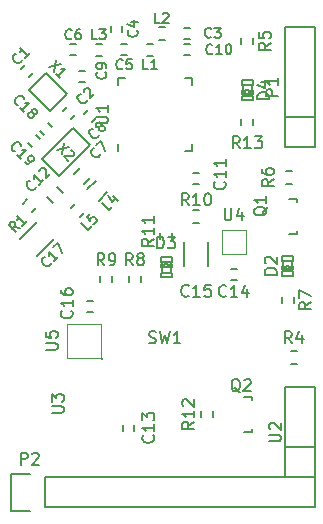
<source format=gto>
G04 #@! TF.FileFunction,Legend,Top*
%FSLAX46Y46*%
G04 Gerber Fmt 4.6, Leading zero omitted, Abs format (unit mm)*
G04 Created by KiCad (PCBNEW 0.201506192325+5795~23~ubuntu14.04.1-product) date Wed 04 Nov 2015 01:33:26 GMT*
%MOMM*%
G01*
G04 APERTURE LIST*
%ADD10C,0.100000*%
%ADD11C,0.150000*%
%ADD12C,0.050000*%
G04 APERTURE END LIST*
D10*
D11*
X134525099Y-88015652D02*
X134878652Y-87662099D01*
X134206901Y-86990348D02*
X133853348Y-87343901D01*
X137762901Y-90546348D02*
X137409348Y-90899901D01*
X138081099Y-91571652D02*
X138434652Y-91218099D01*
X148205000Y-83853000D02*
X147705000Y-83853000D01*
X147705000Y-84803000D02*
X148205000Y-84803000D01*
X141511000Y-83697000D02*
X141511000Y-84197000D01*
X142461000Y-84197000D02*
X142461000Y-83697000D01*
X142371000Y-86200000D02*
X142871000Y-86200000D01*
X142871000Y-85250000D02*
X142371000Y-85250000D01*
X138053000Y-86200000D02*
X138553000Y-86200000D01*
X138553000Y-85250000D02*
X138053000Y-85250000D01*
X139859099Y-91825652D02*
X140212652Y-91472099D01*
X139540901Y-90800348D02*
X139187348Y-91153901D01*
X138815000Y-88486000D02*
X139315000Y-88486000D01*
X139315000Y-87536000D02*
X138815000Y-87536000D01*
X147705000Y-86200000D02*
X148205000Y-86200000D01*
X148205000Y-85250000D02*
X147705000Y-85250000D01*
X148967000Y-96172000D02*
X148467000Y-96172000D01*
X148467000Y-97122000D02*
X148967000Y-97122000D01*
X143477000Y-117979000D02*
X143477000Y-117479000D01*
X142527000Y-117479000D02*
X142527000Y-117979000D01*
X152142000Y-104300000D02*
X151642000Y-104300000D01*
X151642000Y-105250000D02*
X152142000Y-105250000D01*
X147692000Y-101997000D02*
X147692000Y-103997000D01*
X149742000Y-103997000D02*
X149742000Y-101997000D01*
X139950000Y-106967000D02*
X139450000Y-106967000D01*
X139450000Y-107917000D02*
X139950000Y-107917000D01*
X136529652Y-92296901D02*
X136176099Y-91943348D01*
X135504348Y-92615099D02*
X135857901Y-92968652D01*
X135513652Y-93312901D02*
X135160099Y-92959348D01*
X134488348Y-93631099D02*
X134841901Y-93984652D01*
X156913580Y-104462580D02*
X156014420Y-104462580D01*
X156014420Y-104462580D02*
X156014420Y-104861360D01*
X156913580Y-104861360D02*
X156014420Y-104861360D01*
X156913580Y-104462580D02*
X156913580Y-104861360D01*
X156913580Y-103164640D02*
X156014420Y-103164640D01*
X156014420Y-103164640D02*
X156014420Y-103563420D01*
X156913580Y-103563420D02*
X156014420Y-103563420D01*
X156913580Y-103164640D02*
X156913580Y-103563420D01*
X156913580Y-104013000D02*
X156763720Y-104013000D01*
X156763720Y-104013000D02*
X156763720Y-104312720D01*
X156913580Y-104312720D02*
X156763720Y-104312720D01*
X156913580Y-104013000D02*
X156913580Y-104312720D01*
X156164280Y-104013000D02*
X156014420Y-104013000D01*
X156014420Y-104013000D02*
X156014420Y-104312720D01*
X156164280Y-104312720D02*
X156014420Y-104312720D01*
X156164280Y-104013000D02*
X156164280Y-104312720D01*
X156613860Y-104013000D02*
X156314140Y-104013000D01*
X156314140Y-104013000D02*
X156314140Y-104312720D01*
X156613860Y-104312720D02*
X156314140Y-104312720D01*
X156613860Y-104013000D02*
X156613860Y-104312720D01*
X156862780Y-104462580D02*
X156862780Y-103563420D01*
X156065220Y-104462580D02*
X156065220Y-103563420D01*
X145727420Y-103690420D02*
X146626580Y-103690420D01*
X146626580Y-103690420D02*
X146626580Y-103291640D01*
X145727420Y-103291640D02*
X146626580Y-103291640D01*
X145727420Y-103690420D02*
X145727420Y-103291640D01*
X145727420Y-104988360D02*
X146626580Y-104988360D01*
X146626580Y-104988360D02*
X146626580Y-104589580D01*
X145727420Y-104589580D02*
X146626580Y-104589580D01*
X145727420Y-104988360D02*
X145727420Y-104589580D01*
X145727420Y-104140000D02*
X145877280Y-104140000D01*
X145877280Y-104140000D02*
X145877280Y-103840280D01*
X145727420Y-103840280D02*
X145877280Y-103840280D01*
X145727420Y-104140000D02*
X145727420Y-103840280D01*
X146476720Y-104140000D02*
X146626580Y-104140000D01*
X146626580Y-104140000D02*
X146626580Y-103840280D01*
X146476720Y-103840280D02*
X146626580Y-103840280D01*
X146476720Y-104140000D02*
X146476720Y-103840280D01*
X146027140Y-104140000D02*
X146326860Y-104140000D01*
X146326860Y-104140000D02*
X146326860Y-103840280D01*
X146027140Y-103840280D02*
X146326860Y-103840280D01*
X146027140Y-104140000D02*
X146027140Y-103840280D01*
X145778220Y-103690420D02*
X145778220Y-104589580D01*
X146575780Y-103690420D02*
X146575780Y-104589580D01*
X153484580Y-89603580D02*
X152585420Y-89603580D01*
X152585420Y-89603580D02*
X152585420Y-90002360D01*
X153484580Y-90002360D02*
X152585420Y-90002360D01*
X153484580Y-89603580D02*
X153484580Y-90002360D01*
X153484580Y-88305640D02*
X152585420Y-88305640D01*
X152585420Y-88305640D02*
X152585420Y-88704420D01*
X153484580Y-88704420D02*
X152585420Y-88704420D01*
X153484580Y-88305640D02*
X153484580Y-88704420D01*
X153484580Y-89154000D02*
X153334720Y-89154000D01*
X153334720Y-89154000D02*
X153334720Y-89453720D01*
X153484580Y-89453720D02*
X153334720Y-89453720D01*
X153484580Y-89154000D02*
X153484580Y-89453720D01*
X152735280Y-89154000D02*
X152585420Y-89154000D01*
X152585420Y-89154000D02*
X152585420Y-89453720D01*
X152735280Y-89453720D02*
X152585420Y-89453720D01*
X152735280Y-89154000D02*
X152735280Y-89453720D01*
X153184860Y-89154000D02*
X152885140Y-89154000D01*
X152885140Y-89154000D02*
X152885140Y-89453720D01*
X153184860Y-89453720D02*
X152885140Y-89453720D01*
X153184860Y-89154000D02*
X153184860Y-89453720D01*
X153433780Y-89603580D02*
X153433780Y-88704420D01*
X152636220Y-89603580D02*
X152636220Y-88704420D01*
X158750000Y-91440000D02*
X158750000Y-83820000D01*
X156210000Y-91440000D02*
X156210000Y-83820000D01*
X156210000Y-93980000D02*
X156210000Y-91440000D01*
X158750000Y-83820000D02*
X156210000Y-83820000D01*
X156210000Y-91440000D02*
X158750000Y-91440000D01*
X156210000Y-93980000D02*
X158750000Y-93980000D01*
X158750000Y-93980000D02*
X158750000Y-91440000D01*
X134814454Y-99481008D02*
X135168008Y-99127454D01*
X134425546Y-98384992D02*
X134071992Y-98738546D01*
X156722000Y-112285000D02*
X157222000Y-112285000D01*
X157222000Y-111235000D02*
X156722000Y-111235000D01*
X153560000Y-85213000D02*
X153560000Y-84713000D01*
X152510000Y-84713000D02*
X152510000Y-85213000D01*
X156841000Y-95995000D02*
X156341000Y-95995000D01*
X156341000Y-97045000D02*
X156841000Y-97045000D01*
X155939000Y-106684000D02*
X155939000Y-107184000D01*
X156989000Y-107184000D02*
X156989000Y-106684000D01*
X142985000Y-104906000D02*
X142985000Y-105406000D01*
X144035000Y-105406000D02*
X144035000Y-104906000D01*
X140572000Y-104906000D02*
X140572000Y-105406000D01*
X141622000Y-105406000D02*
X141622000Y-104906000D01*
X148967000Y-99297000D02*
X148467000Y-99297000D01*
X148467000Y-100347000D02*
X148967000Y-100347000D01*
X146702000Y-101723000D02*
X146702000Y-101223000D01*
X145652000Y-101223000D02*
X145652000Y-101723000D01*
X150131000Y-116836000D02*
X150131000Y-116336000D01*
X149081000Y-116336000D02*
X149081000Y-116836000D01*
X152510000Y-91571000D02*
X152510000Y-92071000D01*
X153560000Y-92071000D02*
X153560000Y-91571000D01*
X158750000Y-119380000D02*
X158750000Y-114300000D01*
X158750000Y-114300000D02*
X156210000Y-114300000D01*
X156210000Y-114300000D02*
X156210000Y-119380000D01*
X156210000Y-121920000D02*
X156210000Y-119380000D01*
X156210000Y-119380000D02*
X158750000Y-119380000D01*
X156210000Y-121920000D02*
X158750000Y-121920000D01*
X158750000Y-121920000D02*
X158750000Y-119380000D01*
D12*
X153042000Y-100881000D02*
G75*
G03X153042000Y-100881000I-50000J0D01*
G01*
X152892000Y-100981000D02*
X152892000Y-102981000D01*
X152892000Y-102981000D02*
X150892000Y-102981000D01*
X150892000Y-102981000D02*
X150892000Y-100981000D01*
X150892000Y-100981000D02*
X152892000Y-100981000D01*
X140812711Y-111913000D02*
G75*
G03X140812711Y-111913000I-70711J0D01*
G01*
X137742000Y-111813000D02*
X137742000Y-108913000D01*
X137742000Y-108913000D02*
X140642000Y-108913000D01*
X140642000Y-108913000D02*
X140642000Y-111813000D01*
X140642000Y-111813000D02*
X137742000Y-111813000D01*
D11*
X134553010Y-89104223D02*
X136320777Y-90871990D01*
X136320777Y-90871990D02*
X137734990Y-89457777D01*
X137734990Y-89457777D02*
X135967223Y-87690010D01*
X135967223Y-87690010D02*
X134553010Y-89104223D01*
X139683254Y-93759959D02*
X137066959Y-96376254D01*
X137066959Y-96376254D02*
X135652746Y-94962041D01*
X135652746Y-94962041D02*
X138269041Y-92345746D01*
X138269041Y-92345746D02*
X139683254Y-93759959D01*
X135272678Y-103158891D02*
X136686891Y-101744678D01*
X135237322Y-100295109D02*
X133823109Y-101709322D01*
X157241240Y-101121160D02*
X157241240Y-101072900D01*
X156540200Y-98322180D02*
X157241240Y-98322180D01*
X157241240Y-98322180D02*
X157241240Y-98571100D01*
X157241240Y-101121160D02*
X157241240Y-101321820D01*
X157241240Y-101321820D02*
X156540200Y-101321820D01*
X153431240Y-117885160D02*
X153431240Y-117836900D01*
X152730200Y-115086180D02*
X153431240Y-115086180D01*
X153431240Y-115086180D02*
X153431240Y-115335100D01*
X153431240Y-117885160D02*
X153431240Y-118085820D01*
X153431240Y-118085820D02*
X152730200Y-118085820D01*
X139736751Y-96569777D02*
X139241777Y-97064751D01*
X138393249Y-96216223D02*
X138888223Y-95721249D01*
X136602223Y-98715751D02*
X136107249Y-98220777D01*
X136955777Y-97372249D02*
X137450751Y-97867223D01*
X145030000Y-85200000D02*
X144530000Y-85200000D01*
X144530000Y-86250000D02*
X145030000Y-86250000D01*
X146046000Y-83803000D02*
X145546000Y-83803000D01*
X145546000Y-84853000D02*
X146046000Y-84853000D01*
X140212000Y-86250000D02*
X140712000Y-86250000D01*
X140712000Y-85200000D02*
X140212000Y-85200000D01*
X139504150Y-97539256D02*
X140211256Y-96832150D01*
X141165850Y-97786744D02*
X140458744Y-98493850D01*
X138878454Y-99862008D02*
X139232008Y-99508454D01*
X138489546Y-98765992D02*
X138135992Y-99119546D01*
X135890000Y-121920000D02*
X158750000Y-121920000D01*
X158750000Y-121920000D02*
X158750000Y-124460000D01*
X158750000Y-124460000D02*
X135890000Y-124460000D01*
X133070000Y-121640000D02*
X134620000Y-121640000D01*
X135890000Y-121920000D02*
X135890000Y-124460000D01*
X134620000Y-124740000D02*
X133070000Y-124740000D01*
X133070000Y-124740000D02*
X133070000Y-121640000D01*
X142075000Y-88075000D02*
X142675000Y-88075000D01*
X148325000Y-94325000D02*
X147725000Y-94325000D01*
X148325000Y-88075000D02*
X147725000Y-88075000D01*
X142075000Y-94325000D02*
X142075000Y-93725000D01*
X148325000Y-94325000D02*
X148325000Y-93725000D01*
X148325000Y-88075000D02*
X148325000Y-88675000D01*
X142075000Y-88075000D02*
X142075000Y-88675000D01*
X133972483Y-86547831D02*
X133972484Y-86605073D01*
X133915242Y-86719557D01*
X133858000Y-86776799D01*
X133743517Y-86834041D01*
X133629032Y-86834041D01*
X133543169Y-86805420D01*
X133400064Y-86719557D01*
X133314202Y-86633694D01*
X133228338Y-86490589D01*
X133199717Y-86404726D01*
X133199718Y-86290242D01*
X133256959Y-86175758D01*
X133314201Y-86118517D01*
X133428685Y-86061274D01*
X133485927Y-86061274D01*
X134602146Y-86032653D02*
X134258694Y-86376105D01*
X134430420Y-86204379D02*
X133829379Y-85603338D01*
X133858000Y-85746443D01*
X133858000Y-85860927D01*
X133829379Y-85946790D01*
X139433483Y-89976831D02*
X139433484Y-90034073D01*
X139376242Y-90148557D01*
X139319000Y-90205799D01*
X139204517Y-90263041D01*
X139090032Y-90263041D01*
X139004169Y-90234420D01*
X138861064Y-90148557D01*
X138775202Y-90062694D01*
X138689338Y-89919589D01*
X138660717Y-89833726D01*
X138660718Y-89719242D01*
X138717959Y-89604758D01*
X138775201Y-89547517D01*
X138889685Y-89490274D01*
X138946927Y-89490274D01*
X139175895Y-89261306D02*
X139175895Y-89204064D01*
X139204516Y-89118202D01*
X139347621Y-88975097D01*
X139433484Y-88946475D01*
X139490726Y-88946475D01*
X139576589Y-88975097D01*
X139633831Y-89032338D01*
X139691073Y-89146823D01*
X139691073Y-89833726D01*
X140063146Y-89461653D01*
X149972333Y-84631571D02*
X149931857Y-84672048D01*
X149810428Y-84712524D01*
X149729476Y-84712524D01*
X149608048Y-84672048D01*
X149527095Y-84591095D01*
X149486619Y-84510143D01*
X149446143Y-84348238D01*
X149446143Y-84226810D01*
X149486619Y-84064905D01*
X149527095Y-83983952D01*
X149608048Y-83903000D01*
X149729476Y-83862524D01*
X149810428Y-83862524D01*
X149931857Y-83903000D01*
X149972333Y-83943476D01*
X150255667Y-83862524D02*
X150781857Y-83862524D01*
X150498524Y-84186333D01*
X150619952Y-84186333D01*
X150700905Y-84226810D01*
X150741381Y-84267286D01*
X150781857Y-84348238D01*
X150781857Y-84550619D01*
X150741381Y-84631571D01*
X150700905Y-84672048D01*
X150619952Y-84712524D01*
X150377095Y-84712524D01*
X150296143Y-84672048D01*
X150255667Y-84631571D01*
X143686571Y-84088667D02*
X143727048Y-84129143D01*
X143767524Y-84250572D01*
X143767524Y-84331524D01*
X143727048Y-84452952D01*
X143646095Y-84533905D01*
X143565143Y-84574381D01*
X143403238Y-84614857D01*
X143281810Y-84614857D01*
X143119905Y-84574381D01*
X143038952Y-84533905D01*
X142958000Y-84452952D01*
X142917524Y-84331524D01*
X142917524Y-84250572D01*
X142958000Y-84129143D01*
X142998476Y-84088667D01*
X143200857Y-83360095D02*
X143767524Y-83360095D01*
X142877048Y-83562476D02*
X143484190Y-83764857D01*
X143484190Y-83238667D01*
X142479333Y-87298571D02*
X142438857Y-87339048D01*
X142317428Y-87379524D01*
X142236476Y-87379524D01*
X142115048Y-87339048D01*
X142034095Y-87258095D01*
X141993619Y-87177143D01*
X141953143Y-87015238D01*
X141953143Y-86893810D01*
X141993619Y-86731905D01*
X142034095Y-86650952D01*
X142115048Y-86570000D01*
X142236476Y-86529524D01*
X142317428Y-86529524D01*
X142438857Y-86570000D01*
X142479333Y-86610476D01*
X143248381Y-86529524D02*
X142843619Y-86529524D01*
X142803143Y-86934286D01*
X142843619Y-86893810D01*
X142924571Y-86853333D01*
X143126952Y-86853333D01*
X143207905Y-86893810D01*
X143248381Y-86934286D01*
X143288857Y-87015238D01*
X143288857Y-87217619D01*
X143248381Y-87298571D01*
X143207905Y-87339048D01*
X143126952Y-87379524D01*
X142924571Y-87379524D01*
X142843619Y-87339048D01*
X142803143Y-87298571D01*
X138161333Y-84758571D02*
X138120857Y-84799048D01*
X137999428Y-84839524D01*
X137918476Y-84839524D01*
X137797048Y-84799048D01*
X137716095Y-84718095D01*
X137675619Y-84637143D01*
X137635143Y-84475238D01*
X137635143Y-84353810D01*
X137675619Y-84191905D01*
X137716095Y-84110952D01*
X137797048Y-84030000D01*
X137918476Y-83989524D01*
X137999428Y-83989524D01*
X138120857Y-84030000D01*
X138161333Y-84070476D01*
X138889905Y-83989524D02*
X138728000Y-83989524D01*
X138647048Y-84030000D01*
X138606571Y-84070476D01*
X138525619Y-84191905D01*
X138485143Y-84353810D01*
X138485143Y-84677619D01*
X138525619Y-84758571D01*
X138566095Y-84799048D01*
X138647048Y-84839524D01*
X138808952Y-84839524D01*
X138889905Y-84799048D01*
X138930381Y-84758571D01*
X138970857Y-84677619D01*
X138970857Y-84475238D01*
X138930381Y-84394286D01*
X138889905Y-84353810D01*
X138808952Y-84313333D01*
X138647048Y-84313333D01*
X138566095Y-84353810D01*
X138525619Y-84394286D01*
X138485143Y-84475238D01*
X140449483Y-92897831D02*
X140449484Y-92955073D01*
X140392242Y-93069557D01*
X140335000Y-93126799D01*
X140220517Y-93184041D01*
X140106032Y-93184041D01*
X140020169Y-93155420D01*
X139877064Y-93069557D01*
X139791202Y-92983694D01*
X139705338Y-92840589D01*
X139676717Y-92754726D01*
X139676718Y-92640242D01*
X139733959Y-92525758D01*
X139791201Y-92468517D01*
X139905685Y-92411274D01*
X139962927Y-92411274D01*
X140506727Y-92268169D02*
X140420863Y-92296790D01*
X140363621Y-92296790D01*
X140277758Y-92268169D01*
X140249137Y-92239548D01*
X140220516Y-92153685D01*
X140220516Y-92096443D01*
X140249137Y-92010580D01*
X140363621Y-91896097D01*
X140449484Y-91867475D01*
X140506726Y-91867475D01*
X140592589Y-91896097D01*
X140621210Y-91924718D01*
X140649831Y-92010580D01*
X140649831Y-92067822D01*
X140621210Y-92153686D01*
X140506727Y-92268169D01*
X140478105Y-92354032D01*
X140478105Y-92411274D01*
X140506726Y-92497137D01*
X140621210Y-92611621D01*
X140707073Y-92640242D01*
X140764315Y-92640242D01*
X140850178Y-92611621D01*
X140964662Y-92497137D01*
X140993283Y-92411274D01*
X140993282Y-92354032D01*
X140964662Y-92268169D01*
X140850177Y-92153685D01*
X140764315Y-92125064D01*
X140707073Y-92125064D01*
X140621210Y-92153686D01*
X141019571Y-87644667D02*
X141060048Y-87685143D01*
X141100524Y-87806572D01*
X141100524Y-87887524D01*
X141060048Y-88008952D01*
X140979095Y-88089905D01*
X140898143Y-88130381D01*
X140736238Y-88170857D01*
X140614810Y-88170857D01*
X140452905Y-88130381D01*
X140371952Y-88089905D01*
X140291000Y-88008952D01*
X140250524Y-87887524D01*
X140250524Y-87806572D01*
X140291000Y-87685143D01*
X140331476Y-87644667D01*
X141100524Y-87239905D02*
X141100524Y-87078000D01*
X141060048Y-86997048D01*
X141019571Y-86956572D01*
X140898143Y-86875619D01*
X140736238Y-86835143D01*
X140412429Y-86835143D01*
X140331476Y-86875619D01*
X140291000Y-86916095D01*
X140250524Y-86997048D01*
X140250524Y-87158952D01*
X140291000Y-87239905D01*
X140331476Y-87280381D01*
X140412429Y-87320857D01*
X140614810Y-87320857D01*
X140695762Y-87280381D01*
X140736238Y-87239905D01*
X140776714Y-87158952D01*
X140776714Y-86997048D01*
X140736238Y-86916095D01*
X140695762Y-86875619D01*
X140614810Y-86835143D01*
X150075571Y-86028571D02*
X150035095Y-86069048D01*
X149913666Y-86109524D01*
X149832714Y-86109524D01*
X149711286Y-86069048D01*
X149630333Y-85988095D01*
X149589857Y-85907143D01*
X149549381Y-85745238D01*
X149549381Y-85623810D01*
X149589857Y-85461905D01*
X149630333Y-85380952D01*
X149711286Y-85300000D01*
X149832714Y-85259524D01*
X149913666Y-85259524D01*
X150035095Y-85300000D01*
X150075571Y-85340476D01*
X150885095Y-86109524D02*
X150399381Y-86109524D01*
X150642238Y-86109524D02*
X150642238Y-85259524D01*
X150561286Y-85380952D01*
X150480333Y-85461905D01*
X150399381Y-85502381D01*
X151411286Y-85259524D02*
X151492238Y-85259524D01*
X151573190Y-85300000D01*
X151613667Y-85340476D01*
X151654143Y-85421429D01*
X151694619Y-85583333D01*
X151694619Y-85785714D01*
X151654143Y-85947619D01*
X151613667Y-86028571D01*
X151573190Y-86069048D01*
X151492238Y-86109524D01*
X151411286Y-86109524D01*
X151330333Y-86069048D01*
X151289857Y-86028571D01*
X151249381Y-85947619D01*
X151208905Y-85785714D01*
X151208905Y-85583333D01*
X151249381Y-85421429D01*
X151289857Y-85340476D01*
X151330333Y-85300000D01*
X151411286Y-85259524D01*
X151106143Y-96908857D02*
X151153762Y-96956476D01*
X151201381Y-97099333D01*
X151201381Y-97194571D01*
X151153762Y-97337429D01*
X151058524Y-97432667D01*
X150963286Y-97480286D01*
X150772810Y-97527905D01*
X150629952Y-97527905D01*
X150439476Y-97480286D01*
X150344238Y-97432667D01*
X150249000Y-97337429D01*
X150201381Y-97194571D01*
X150201381Y-97099333D01*
X150249000Y-96956476D01*
X150296619Y-96908857D01*
X151201381Y-95956476D02*
X151201381Y-96527905D01*
X151201381Y-96242191D02*
X150201381Y-96242191D01*
X150344238Y-96337429D01*
X150439476Y-96432667D01*
X150487095Y-96527905D01*
X151201381Y-95004095D02*
X151201381Y-95575524D01*
X151201381Y-95289810D02*
X150201381Y-95289810D01*
X150344238Y-95385048D01*
X150439476Y-95480286D01*
X150487095Y-95575524D01*
X145059143Y-118371857D02*
X145106762Y-118419476D01*
X145154381Y-118562333D01*
X145154381Y-118657571D01*
X145106762Y-118800429D01*
X145011524Y-118895667D01*
X144916286Y-118943286D01*
X144725810Y-118990905D01*
X144582952Y-118990905D01*
X144392476Y-118943286D01*
X144297238Y-118895667D01*
X144202000Y-118800429D01*
X144154381Y-118657571D01*
X144154381Y-118562333D01*
X144202000Y-118419476D01*
X144249619Y-118371857D01*
X145154381Y-117419476D02*
X145154381Y-117990905D01*
X145154381Y-117705191D02*
X144154381Y-117705191D01*
X144297238Y-117800429D01*
X144392476Y-117895667D01*
X144440095Y-117990905D01*
X144154381Y-117086143D02*
X144154381Y-116467095D01*
X144535333Y-116800429D01*
X144535333Y-116657571D01*
X144582952Y-116562333D01*
X144630571Y-116514714D01*
X144725810Y-116467095D01*
X144963905Y-116467095D01*
X145059143Y-116514714D01*
X145106762Y-116562333D01*
X145154381Y-116657571D01*
X145154381Y-116943286D01*
X145106762Y-117038524D01*
X145059143Y-117086143D01*
X151249143Y-106554543D02*
X151201524Y-106602162D01*
X151058667Y-106649781D01*
X150963429Y-106649781D01*
X150820571Y-106602162D01*
X150725333Y-106506924D01*
X150677714Y-106411686D01*
X150630095Y-106221210D01*
X150630095Y-106078352D01*
X150677714Y-105887876D01*
X150725333Y-105792638D01*
X150820571Y-105697400D01*
X150963429Y-105649781D01*
X151058667Y-105649781D01*
X151201524Y-105697400D01*
X151249143Y-105745019D01*
X152201524Y-106649781D02*
X151630095Y-106649781D01*
X151915809Y-106649781D02*
X151915809Y-105649781D01*
X151820571Y-105792638D01*
X151725333Y-105887876D01*
X151630095Y-105935495D01*
X153058667Y-105983114D02*
X153058667Y-106649781D01*
X152820571Y-105602162D02*
X152582476Y-106316448D01*
X153201524Y-106316448D01*
X148074143Y-106529143D02*
X148026524Y-106576762D01*
X147883667Y-106624381D01*
X147788429Y-106624381D01*
X147645571Y-106576762D01*
X147550333Y-106481524D01*
X147502714Y-106386286D01*
X147455095Y-106195810D01*
X147455095Y-106052952D01*
X147502714Y-105862476D01*
X147550333Y-105767238D01*
X147645571Y-105672000D01*
X147788429Y-105624381D01*
X147883667Y-105624381D01*
X148026524Y-105672000D01*
X148074143Y-105719619D01*
X149026524Y-106624381D02*
X148455095Y-106624381D01*
X148740809Y-106624381D02*
X148740809Y-105624381D01*
X148645571Y-105767238D01*
X148550333Y-105862476D01*
X148455095Y-105910095D01*
X149931286Y-105624381D02*
X149455095Y-105624381D01*
X149407476Y-106100571D01*
X149455095Y-106052952D01*
X149550333Y-106005333D01*
X149788429Y-106005333D01*
X149883667Y-106052952D01*
X149931286Y-106100571D01*
X149978905Y-106195810D01*
X149978905Y-106433905D01*
X149931286Y-106529143D01*
X149883667Y-106576762D01*
X149788429Y-106624381D01*
X149550333Y-106624381D01*
X149455095Y-106576762D01*
X149407476Y-106529143D01*
X138152143Y-107830857D02*
X138199762Y-107878476D01*
X138247381Y-108021333D01*
X138247381Y-108116571D01*
X138199762Y-108259429D01*
X138104524Y-108354667D01*
X138009286Y-108402286D01*
X137818810Y-108449905D01*
X137675952Y-108449905D01*
X137485476Y-108402286D01*
X137390238Y-108354667D01*
X137295000Y-108259429D01*
X137247381Y-108116571D01*
X137247381Y-108021333D01*
X137295000Y-107878476D01*
X137342619Y-107830857D01*
X138247381Y-106878476D02*
X138247381Y-107449905D01*
X138247381Y-107164191D02*
X137247381Y-107164191D01*
X137390238Y-107259429D01*
X137485476Y-107354667D01*
X137533095Y-107449905D01*
X137247381Y-106021333D02*
X137247381Y-106211810D01*
X137295000Y-106307048D01*
X137342619Y-106354667D01*
X137485476Y-106449905D01*
X137675952Y-106497524D01*
X138056905Y-106497524D01*
X138152143Y-106449905D01*
X138199762Y-106402286D01*
X138247381Y-106307048D01*
X138247381Y-106116571D01*
X138199762Y-106021333D01*
X138152143Y-105973714D01*
X138056905Y-105926095D01*
X137818810Y-105926095D01*
X137723571Y-105973714D01*
X137675952Y-106021333D01*
X137628333Y-106116571D01*
X137628333Y-106307048D01*
X137675952Y-106402286D01*
X137723571Y-106449905D01*
X137818810Y-106497524D01*
X133637960Y-90379273D02*
X133580718Y-90379274D01*
X133466234Y-90322032D01*
X133408992Y-90264790D01*
X133351750Y-90150307D01*
X133351750Y-90035822D01*
X133380371Y-89949959D01*
X133466234Y-89806854D01*
X133552097Y-89720992D01*
X133695202Y-89635128D01*
X133781065Y-89606507D01*
X133895549Y-89606508D01*
X134010033Y-89663749D01*
X134067274Y-89720991D01*
X134124517Y-89835475D01*
X134124517Y-89892717D01*
X134153138Y-91008936D02*
X133809686Y-90665484D01*
X133981412Y-90837210D02*
X134582453Y-90236169D01*
X134439348Y-90264790D01*
X134324864Y-90264790D01*
X134239001Y-90236169D01*
X134840042Y-91008936D02*
X134811421Y-90923073D01*
X134811421Y-90865831D01*
X134840042Y-90779968D01*
X134868663Y-90751347D01*
X134954526Y-90722726D01*
X135011768Y-90722726D01*
X135097631Y-90751347D01*
X135212114Y-90865831D01*
X135240736Y-90951694D01*
X135240736Y-91008936D01*
X135212114Y-91094799D01*
X135183493Y-91123420D01*
X135097631Y-91152041D01*
X135040389Y-91152041D01*
X134954525Y-91123420D01*
X134840042Y-91008936D01*
X134754178Y-90980315D01*
X134696937Y-90980315D01*
X134611074Y-91008936D01*
X134496590Y-91123420D01*
X134467969Y-91209282D01*
X134467969Y-91266525D01*
X134496590Y-91352388D01*
X134611074Y-91466872D01*
X134696937Y-91495493D01*
X134754179Y-91495492D01*
X134840042Y-91466872D01*
X134954526Y-91352387D01*
X134983147Y-91266525D01*
X134983147Y-91209283D01*
X134954525Y-91123420D01*
X133383959Y-94316273D02*
X133326717Y-94316274D01*
X133212233Y-94259032D01*
X133154991Y-94201790D01*
X133097749Y-94087307D01*
X133097749Y-93972822D01*
X133126370Y-93886959D01*
X133212233Y-93743854D01*
X133298096Y-93657992D01*
X133441201Y-93572128D01*
X133527064Y-93543507D01*
X133641548Y-93543508D01*
X133756032Y-93600749D01*
X133813273Y-93657991D01*
X133870516Y-93772475D01*
X133870516Y-93829717D01*
X133899137Y-94945936D02*
X133555685Y-94602484D01*
X133727411Y-94774210D02*
X134328452Y-94173169D01*
X134185347Y-94201790D01*
X134070863Y-94201790D01*
X133985000Y-94173169D01*
X134185347Y-95232146D02*
X134299831Y-95346630D01*
X134385693Y-95375251D01*
X134442936Y-95375250D01*
X134586041Y-95346630D01*
X134729146Y-95260767D01*
X134958113Y-95031799D01*
X134986735Y-94945936D01*
X134986735Y-94888694D01*
X134958113Y-94802831D01*
X134843630Y-94688347D01*
X134757767Y-94659726D01*
X134700525Y-94659726D01*
X134614662Y-94688347D01*
X134471557Y-94831452D01*
X134442936Y-94917315D01*
X134442936Y-94974557D01*
X134471557Y-95060420D01*
X134586041Y-95174903D01*
X134671904Y-95203525D01*
X134729146Y-95203525D01*
X134815008Y-95174904D01*
X155519381Y-104751095D02*
X154519381Y-104751095D01*
X154519381Y-104513000D01*
X154567000Y-104370142D01*
X154662238Y-104274904D01*
X154757476Y-104227285D01*
X154947952Y-104179666D01*
X155090810Y-104179666D01*
X155281286Y-104227285D01*
X155376524Y-104274904D01*
X155471762Y-104370142D01*
X155519381Y-104513000D01*
X155519381Y-104751095D01*
X154614619Y-103798714D02*
X154567000Y-103751095D01*
X154519381Y-103655857D01*
X154519381Y-103417761D01*
X154567000Y-103322523D01*
X154614619Y-103274904D01*
X154709857Y-103227285D01*
X154805095Y-103227285D01*
X154947952Y-103274904D01*
X155519381Y-103846333D01*
X155519381Y-103227285D01*
X145413505Y-102534981D02*
X145413505Y-101534981D01*
X145651600Y-101534981D01*
X145794458Y-101582600D01*
X145889696Y-101677838D01*
X145937315Y-101773076D01*
X145984934Y-101963552D01*
X145984934Y-102106410D01*
X145937315Y-102296886D01*
X145889696Y-102392124D01*
X145794458Y-102487362D01*
X145651600Y-102534981D01*
X145413505Y-102534981D01*
X146318267Y-101534981D02*
X146937315Y-101534981D01*
X146603981Y-101915933D01*
X146746839Y-101915933D01*
X146842077Y-101963552D01*
X146889696Y-102011171D01*
X146937315Y-102106410D01*
X146937315Y-102344505D01*
X146889696Y-102439743D01*
X146842077Y-102487362D01*
X146746839Y-102534981D01*
X146461124Y-102534981D01*
X146365886Y-102487362D01*
X146318267Y-102439743D01*
X154884381Y-89892095D02*
X153884381Y-89892095D01*
X153884381Y-89654000D01*
X153932000Y-89511142D01*
X154027238Y-89415904D01*
X154122476Y-89368285D01*
X154312952Y-89320666D01*
X154455810Y-89320666D01*
X154646286Y-89368285D01*
X154741524Y-89415904D01*
X154836762Y-89511142D01*
X154884381Y-89654000D01*
X154884381Y-89892095D01*
X154217714Y-88463523D02*
X154884381Y-88463523D01*
X153836762Y-88701619D02*
X154551048Y-88939714D01*
X154551048Y-88320666D01*
X155646381Y-89638095D02*
X154646381Y-89638095D01*
X154646381Y-89257142D01*
X154694000Y-89161904D01*
X154741619Y-89114285D01*
X154836857Y-89066666D01*
X154979714Y-89066666D01*
X155074952Y-89114285D01*
X155122571Y-89161904D01*
X155170190Y-89257142D01*
X155170190Y-89638095D01*
X155646381Y-88114285D02*
X155646381Y-88685714D01*
X155646381Y-88400000D02*
X154646381Y-88400000D01*
X154789238Y-88495238D01*
X154884476Y-88590476D01*
X154932095Y-88685714D01*
X133775726Y-100829073D02*
X133289169Y-100743210D01*
X133432274Y-101172525D02*
X132831233Y-100571484D01*
X133060201Y-100342517D01*
X133146064Y-100313895D01*
X133203306Y-100313895D01*
X133289169Y-100342517D01*
X133375032Y-100428379D01*
X133403653Y-100514242D01*
X133403653Y-100571484D01*
X133375032Y-100657347D01*
X133146064Y-100886315D01*
X134348146Y-100256653D02*
X134004694Y-100600105D01*
X134176420Y-100428379D02*
X133575379Y-99827338D01*
X133604000Y-99970443D01*
X133604000Y-100084927D01*
X133575379Y-100170790D01*
X156805334Y-110561381D02*
X156472000Y-110085190D01*
X156233905Y-110561381D02*
X156233905Y-109561381D01*
X156614858Y-109561381D01*
X156710096Y-109609000D01*
X156757715Y-109656619D01*
X156805334Y-109751857D01*
X156805334Y-109894714D01*
X156757715Y-109989952D01*
X156710096Y-110037571D01*
X156614858Y-110085190D01*
X156233905Y-110085190D01*
X157662477Y-109894714D02*
X157662477Y-110561381D01*
X157424381Y-109513762D02*
X157186286Y-110228048D01*
X157805334Y-110228048D01*
X155011381Y-85129666D02*
X154535190Y-85463000D01*
X155011381Y-85701095D02*
X154011381Y-85701095D01*
X154011381Y-85320142D01*
X154059000Y-85224904D01*
X154106619Y-85177285D01*
X154201857Y-85129666D01*
X154344714Y-85129666D01*
X154439952Y-85177285D01*
X154487571Y-85224904D01*
X154535190Y-85320142D01*
X154535190Y-85701095D01*
X154011381Y-84224904D02*
X154011381Y-84701095D01*
X154487571Y-84748714D01*
X154439952Y-84701095D01*
X154392333Y-84605857D01*
X154392333Y-84367761D01*
X154439952Y-84272523D01*
X154487571Y-84224904D01*
X154582810Y-84177285D01*
X154820905Y-84177285D01*
X154916143Y-84224904D01*
X154963762Y-84272523D01*
X155011381Y-84367761D01*
X155011381Y-84605857D01*
X154963762Y-84701095D01*
X154916143Y-84748714D01*
X155265381Y-96686666D02*
X154789190Y-97020000D01*
X155265381Y-97258095D02*
X154265381Y-97258095D01*
X154265381Y-96877142D01*
X154313000Y-96781904D01*
X154360619Y-96734285D01*
X154455857Y-96686666D01*
X154598714Y-96686666D01*
X154693952Y-96734285D01*
X154741571Y-96781904D01*
X154789190Y-96877142D01*
X154789190Y-97258095D01*
X154265381Y-95829523D02*
X154265381Y-96020000D01*
X154313000Y-96115238D01*
X154360619Y-96162857D01*
X154503476Y-96258095D01*
X154693952Y-96305714D01*
X155074905Y-96305714D01*
X155170143Y-96258095D01*
X155217762Y-96210476D01*
X155265381Y-96115238D01*
X155265381Y-95924761D01*
X155217762Y-95829523D01*
X155170143Y-95781904D01*
X155074905Y-95734285D01*
X154836810Y-95734285D01*
X154741571Y-95781904D01*
X154693952Y-95829523D01*
X154646333Y-95924761D01*
X154646333Y-96115238D01*
X154693952Y-96210476D01*
X154741571Y-96258095D01*
X154836810Y-96305714D01*
X158440381Y-107100666D02*
X157964190Y-107434000D01*
X158440381Y-107672095D02*
X157440381Y-107672095D01*
X157440381Y-107291142D01*
X157488000Y-107195904D01*
X157535619Y-107148285D01*
X157630857Y-107100666D01*
X157773714Y-107100666D01*
X157868952Y-107148285D01*
X157916571Y-107195904D01*
X157964190Y-107291142D01*
X157964190Y-107672095D01*
X157440381Y-106767333D02*
X157440381Y-106100666D01*
X158440381Y-106529238D01*
X143343334Y-103957381D02*
X143010000Y-103481190D01*
X142771905Y-103957381D02*
X142771905Y-102957381D01*
X143152858Y-102957381D01*
X143248096Y-103005000D01*
X143295715Y-103052619D01*
X143343334Y-103147857D01*
X143343334Y-103290714D01*
X143295715Y-103385952D01*
X143248096Y-103433571D01*
X143152858Y-103481190D01*
X142771905Y-103481190D01*
X143914762Y-103385952D02*
X143819524Y-103338333D01*
X143771905Y-103290714D01*
X143724286Y-103195476D01*
X143724286Y-103147857D01*
X143771905Y-103052619D01*
X143819524Y-103005000D01*
X143914762Y-102957381D01*
X144105239Y-102957381D01*
X144200477Y-103005000D01*
X144248096Y-103052619D01*
X144295715Y-103147857D01*
X144295715Y-103195476D01*
X144248096Y-103290714D01*
X144200477Y-103338333D01*
X144105239Y-103385952D01*
X143914762Y-103385952D01*
X143819524Y-103433571D01*
X143771905Y-103481190D01*
X143724286Y-103576429D01*
X143724286Y-103766905D01*
X143771905Y-103862143D01*
X143819524Y-103909762D01*
X143914762Y-103957381D01*
X144105239Y-103957381D01*
X144200477Y-103909762D01*
X144248096Y-103862143D01*
X144295715Y-103766905D01*
X144295715Y-103576429D01*
X144248096Y-103481190D01*
X144200477Y-103433571D01*
X144105239Y-103385952D01*
X140930334Y-103957381D02*
X140597000Y-103481190D01*
X140358905Y-103957381D02*
X140358905Y-102957381D01*
X140739858Y-102957381D01*
X140835096Y-103005000D01*
X140882715Y-103052619D01*
X140930334Y-103147857D01*
X140930334Y-103290714D01*
X140882715Y-103385952D01*
X140835096Y-103433571D01*
X140739858Y-103481190D01*
X140358905Y-103481190D01*
X141406524Y-103957381D02*
X141597000Y-103957381D01*
X141692239Y-103909762D01*
X141739858Y-103862143D01*
X141835096Y-103719286D01*
X141882715Y-103528810D01*
X141882715Y-103147857D01*
X141835096Y-103052619D01*
X141787477Y-103005000D01*
X141692239Y-102957381D01*
X141501762Y-102957381D01*
X141406524Y-103005000D01*
X141358905Y-103052619D01*
X141311286Y-103147857D01*
X141311286Y-103385952D01*
X141358905Y-103481190D01*
X141406524Y-103528810D01*
X141501762Y-103576429D01*
X141692239Y-103576429D01*
X141787477Y-103528810D01*
X141835096Y-103481190D01*
X141882715Y-103385952D01*
X148074143Y-98877381D02*
X147740809Y-98401190D01*
X147502714Y-98877381D02*
X147502714Y-97877381D01*
X147883667Y-97877381D01*
X147978905Y-97925000D01*
X148026524Y-97972619D01*
X148074143Y-98067857D01*
X148074143Y-98210714D01*
X148026524Y-98305952D01*
X147978905Y-98353571D01*
X147883667Y-98401190D01*
X147502714Y-98401190D01*
X149026524Y-98877381D02*
X148455095Y-98877381D01*
X148740809Y-98877381D02*
X148740809Y-97877381D01*
X148645571Y-98020238D01*
X148550333Y-98115476D01*
X148455095Y-98163095D01*
X149645571Y-97877381D02*
X149740810Y-97877381D01*
X149836048Y-97925000D01*
X149883667Y-97972619D01*
X149931286Y-98067857D01*
X149978905Y-98258333D01*
X149978905Y-98496429D01*
X149931286Y-98686905D01*
X149883667Y-98782143D01*
X149836048Y-98829762D01*
X149740810Y-98877381D01*
X149645571Y-98877381D01*
X149550333Y-98829762D01*
X149502714Y-98782143D01*
X149455095Y-98686905D01*
X149407476Y-98496429D01*
X149407476Y-98258333D01*
X149455095Y-98067857D01*
X149502714Y-97972619D01*
X149550333Y-97925000D01*
X149645571Y-97877381D01*
X145105381Y-101734857D02*
X144629190Y-102068191D01*
X145105381Y-102306286D02*
X144105381Y-102306286D01*
X144105381Y-101925333D01*
X144153000Y-101830095D01*
X144200619Y-101782476D01*
X144295857Y-101734857D01*
X144438714Y-101734857D01*
X144533952Y-101782476D01*
X144581571Y-101830095D01*
X144629190Y-101925333D01*
X144629190Y-102306286D01*
X145105381Y-100782476D02*
X145105381Y-101353905D01*
X145105381Y-101068191D02*
X144105381Y-101068191D01*
X144248238Y-101163429D01*
X144343476Y-101258667D01*
X144391095Y-101353905D01*
X145105381Y-99830095D02*
X145105381Y-100401524D01*
X145105381Y-100115810D02*
X144105381Y-100115810D01*
X144248238Y-100211048D01*
X144343476Y-100306286D01*
X144391095Y-100401524D01*
X148534381Y-117228857D02*
X148058190Y-117562191D01*
X148534381Y-117800286D02*
X147534381Y-117800286D01*
X147534381Y-117419333D01*
X147582000Y-117324095D01*
X147629619Y-117276476D01*
X147724857Y-117228857D01*
X147867714Y-117228857D01*
X147962952Y-117276476D01*
X148010571Y-117324095D01*
X148058190Y-117419333D01*
X148058190Y-117800286D01*
X148534381Y-116276476D02*
X148534381Y-116847905D01*
X148534381Y-116562191D02*
X147534381Y-116562191D01*
X147677238Y-116657429D01*
X147772476Y-116752667D01*
X147820095Y-116847905D01*
X147629619Y-115895524D02*
X147582000Y-115847905D01*
X147534381Y-115752667D01*
X147534381Y-115514571D01*
X147582000Y-115419333D01*
X147629619Y-115371714D01*
X147724857Y-115324095D01*
X147820095Y-115324095D01*
X147962952Y-115371714D01*
X148534381Y-115943143D01*
X148534381Y-115324095D01*
X152392143Y-94051381D02*
X152058809Y-93575190D01*
X151820714Y-94051381D02*
X151820714Y-93051381D01*
X152201667Y-93051381D01*
X152296905Y-93099000D01*
X152344524Y-93146619D01*
X152392143Y-93241857D01*
X152392143Y-93384714D01*
X152344524Y-93479952D01*
X152296905Y-93527571D01*
X152201667Y-93575190D01*
X151820714Y-93575190D01*
X153344524Y-94051381D02*
X152773095Y-94051381D01*
X153058809Y-94051381D02*
X153058809Y-93051381D01*
X152963571Y-93194238D01*
X152868333Y-93289476D01*
X152773095Y-93337095D01*
X153677857Y-93051381D02*
X154296905Y-93051381D01*
X153963571Y-93432333D01*
X154106429Y-93432333D01*
X154201667Y-93479952D01*
X154249286Y-93527571D01*
X154296905Y-93622810D01*
X154296905Y-93860905D01*
X154249286Y-93956143D01*
X154201667Y-94003762D01*
X154106429Y-94051381D01*
X153820714Y-94051381D01*
X153725476Y-94003762D01*
X153677857Y-93956143D01*
X144716667Y-110513762D02*
X144859524Y-110561381D01*
X145097620Y-110561381D01*
X145192858Y-110513762D01*
X145240477Y-110466143D01*
X145288096Y-110370905D01*
X145288096Y-110275667D01*
X145240477Y-110180429D01*
X145192858Y-110132810D01*
X145097620Y-110085190D01*
X144907143Y-110037571D01*
X144811905Y-109989952D01*
X144764286Y-109942333D01*
X144716667Y-109847095D01*
X144716667Y-109751857D01*
X144764286Y-109656619D01*
X144811905Y-109609000D01*
X144907143Y-109561381D01*
X145145239Y-109561381D01*
X145288096Y-109609000D01*
X145621429Y-109561381D02*
X145859524Y-110561381D01*
X146050001Y-109847095D01*
X146240477Y-110561381D01*
X146478572Y-109561381D01*
X147383334Y-110561381D02*
X146811905Y-110561381D01*
X147097619Y-110561381D02*
X147097619Y-109561381D01*
X147002381Y-109704238D01*
X146907143Y-109799476D01*
X146811905Y-109847095D01*
X154900381Y-118871905D02*
X155709905Y-118871905D01*
X155805143Y-118824286D01*
X155852762Y-118776667D01*
X155900381Y-118681429D01*
X155900381Y-118490952D01*
X155852762Y-118395714D01*
X155805143Y-118348095D01*
X155709905Y-118300476D01*
X154900381Y-118300476D01*
X154995619Y-117871905D02*
X154948000Y-117824286D01*
X154900381Y-117729048D01*
X154900381Y-117490952D01*
X154948000Y-117395714D01*
X154995619Y-117348095D01*
X155090857Y-117300476D01*
X155186095Y-117300476D01*
X155328952Y-117348095D01*
X155900381Y-117919524D01*
X155900381Y-117300476D01*
X136485381Y-116458905D02*
X137294905Y-116458905D01*
X137390143Y-116411286D01*
X137437762Y-116363667D01*
X137485381Y-116268429D01*
X137485381Y-116077952D01*
X137437762Y-115982714D01*
X137390143Y-115935095D01*
X137294905Y-115887476D01*
X136485381Y-115887476D01*
X136485381Y-115506524D02*
X136485381Y-114887476D01*
X136866333Y-115220810D01*
X136866333Y-115077952D01*
X136913952Y-114982714D01*
X136961571Y-114935095D01*
X137056810Y-114887476D01*
X137294905Y-114887476D01*
X137390143Y-114935095D01*
X137437762Y-114982714D01*
X137485381Y-115077952D01*
X137485381Y-115363667D01*
X137437762Y-115458905D01*
X137390143Y-115506524D01*
X151130095Y-99147381D02*
X151130095Y-99956905D01*
X151177714Y-100052143D01*
X151225333Y-100099762D01*
X151320571Y-100147381D01*
X151511048Y-100147381D01*
X151606286Y-100099762D01*
X151653905Y-100052143D01*
X151701524Y-99956905D01*
X151701524Y-99147381D01*
X152606286Y-99480714D02*
X152606286Y-100147381D01*
X152368190Y-99099762D02*
X152130095Y-99814048D01*
X152749143Y-99814048D01*
X135977381Y-111124905D02*
X136786905Y-111124905D01*
X136882143Y-111077286D01*
X136929762Y-111029667D01*
X136977381Y-110934429D01*
X136977381Y-110743952D01*
X136929762Y-110648714D01*
X136882143Y-110601095D01*
X136786905Y-110553476D01*
X135977381Y-110553476D01*
X135977381Y-109601095D02*
X135977381Y-110077286D01*
X136453571Y-110124905D01*
X136405952Y-110077286D01*
X136358333Y-109982048D01*
X136358333Y-109743952D01*
X136405952Y-109648714D01*
X136453571Y-109601095D01*
X136548810Y-109553476D01*
X136786905Y-109553476D01*
X136882143Y-109601095D01*
X136929762Y-109648714D01*
X136977381Y-109743952D01*
X136977381Y-109982048D01*
X136929762Y-110077286D01*
X136882143Y-110124905D01*
X136875585Y-86560303D02*
X136675237Y-87562037D01*
X137276278Y-86960996D02*
X136274544Y-87161344D01*
X137219036Y-88105836D02*
X136875585Y-87762385D01*
X137047310Y-87934110D02*
X137648351Y-87333070D01*
X137505247Y-87361691D01*
X137390762Y-87361691D01*
X137304900Y-87333070D01*
X137542585Y-93584302D02*
X137342237Y-94586036D01*
X137943278Y-93984995D02*
X136941544Y-94185343D01*
X138086384Y-94242585D02*
X138143625Y-94242585D01*
X138229488Y-94271205D01*
X138372593Y-94414310D01*
X138401214Y-94500174D01*
X138401214Y-94557415D01*
X138372593Y-94643279D01*
X138315351Y-94700520D01*
X138200867Y-94757763D01*
X137513964Y-94757763D01*
X137886036Y-95129835D01*
X136404073Y-103775841D02*
X136404074Y-103833083D01*
X136346832Y-103947567D01*
X136289590Y-104004809D01*
X136175107Y-104062051D01*
X136060622Y-104062051D01*
X135974759Y-104033430D01*
X135831654Y-103947567D01*
X135745792Y-103861704D01*
X135659928Y-103718599D01*
X135631307Y-103632736D01*
X135631308Y-103518252D01*
X135688549Y-103403768D01*
X135745791Y-103346527D01*
X135860275Y-103289284D01*
X135917517Y-103289284D01*
X137033736Y-103260663D02*
X136690284Y-103604115D01*
X136862010Y-103432389D02*
X136260969Y-102831348D01*
X136289590Y-102974453D01*
X136289590Y-103088937D01*
X136260969Y-103174800D01*
X136633042Y-102459275D02*
X137033736Y-102058582D01*
X137377188Y-102917211D01*
X154725619Y-99028238D02*
X154678000Y-99123476D01*
X154582762Y-99218714D01*
X154439905Y-99361571D01*
X154392286Y-99456810D01*
X154392286Y-99552048D01*
X154630381Y-99504429D02*
X154582762Y-99599667D01*
X154487524Y-99694905D01*
X154297048Y-99742524D01*
X153963714Y-99742524D01*
X153773238Y-99694905D01*
X153678000Y-99599667D01*
X153630381Y-99504429D01*
X153630381Y-99313952D01*
X153678000Y-99218714D01*
X153773238Y-99123476D01*
X153963714Y-99075857D01*
X154297048Y-99075857D01*
X154487524Y-99123476D01*
X154582762Y-99218714D01*
X154630381Y-99313952D01*
X154630381Y-99504429D01*
X154630381Y-98123476D02*
X154630381Y-98694905D01*
X154630381Y-98409191D02*
X153630381Y-98409191D01*
X153773238Y-98504429D01*
X153868476Y-98599667D01*
X153916095Y-98694905D01*
X152431762Y-114720619D02*
X152336524Y-114673000D01*
X152241286Y-114577762D01*
X152098429Y-114434905D01*
X152003190Y-114387286D01*
X151907952Y-114387286D01*
X151955571Y-114625381D02*
X151860333Y-114577762D01*
X151765095Y-114482524D01*
X151717476Y-114292048D01*
X151717476Y-113958714D01*
X151765095Y-113768238D01*
X151860333Y-113673000D01*
X151955571Y-113625381D01*
X152146048Y-113625381D01*
X152241286Y-113673000D01*
X152336524Y-113768238D01*
X152384143Y-113958714D01*
X152384143Y-114292048D01*
X152336524Y-114482524D01*
X152241286Y-114577762D01*
X152146048Y-114625381D01*
X151955571Y-114625381D01*
X152765095Y-113720619D02*
X152812714Y-113673000D01*
X152907952Y-113625381D01*
X153146048Y-113625381D01*
X153241286Y-113673000D01*
X153288905Y-113720619D01*
X153336524Y-113815857D01*
X153336524Y-113911095D01*
X153288905Y-114053952D01*
X152717476Y-114625381D01*
X153336524Y-114625381D01*
X140576483Y-94548831D02*
X140576484Y-94606073D01*
X140519242Y-94720557D01*
X140462000Y-94777799D01*
X140347517Y-94835041D01*
X140233032Y-94835041D01*
X140147169Y-94806420D01*
X140004064Y-94720557D01*
X139918202Y-94634694D01*
X139832338Y-94491589D01*
X139803717Y-94405726D01*
X139803718Y-94291242D01*
X139860959Y-94176758D01*
X139918201Y-94119517D01*
X140032685Y-94062274D01*
X140089927Y-94062274D01*
X140233032Y-93804685D02*
X140633726Y-93403992D01*
X140977178Y-94262621D01*
X135128274Y-97301041D02*
X135128275Y-97358283D01*
X135071033Y-97472767D01*
X135013791Y-97530009D01*
X134899308Y-97587251D01*
X134784823Y-97587251D01*
X134698960Y-97558630D01*
X134555855Y-97472767D01*
X134469993Y-97386904D01*
X134384129Y-97243799D01*
X134355508Y-97157936D01*
X134355509Y-97043452D01*
X134412750Y-96928968D01*
X134469992Y-96871727D01*
X134584476Y-96814484D01*
X134641718Y-96814484D01*
X135757937Y-96785863D02*
X135414485Y-97129315D01*
X135586211Y-96957589D02*
X134985170Y-96356548D01*
X135013791Y-96499653D01*
X135013791Y-96614137D01*
X134985170Y-96700000D01*
X135443106Y-96013096D02*
X135443106Y-95955854D01*
X135471727Y-95869992D01*
X135614832Y-95726887D01*
X135700695Y-95698265D01*
X135757937Y-95698265D01*
X135843800Y-95726887D01*
X135901042Y-95784128D01*
X135958284Y-95898613D01*
X135958284Y-96585516D01*
X136330357Y-96213443D01*
X144638334Y-87379524D02*
X144233572Y-87379524D01*
X144233572Y-86529524D01*
X145366905Y-87379524D02*
X144881191Y-87379524D01*
X145124048Y-87379524D02*
X145124048Y-86529524D01*
X145043096Y-86650952D01*
X144962143Y-86731905D01*
X144881191Y-86772381D01*
X145654334Y-83442524D02*
X145249572Y-83442524D01*
X145249572Y-82592524D01*
X145897191Y-82673476D02*
X145937667Y-82633000D01*
X146018619Y-82592524D01*
X146221000Y-82592524D01*
X146301953Y-82633000D01*
X146342429Y-82673476D01*
X146382905Y-82754429D01*
X146382905Y-82835381D01*
X146342429Y-82956810D01*
X145856715Y-83442524D01*
X146382905Y-83442524D01*
X140320334Y-84839524D02*
X139915572Y-84839524D01*
X139915572Y-83989524D01*
X140522715Y-83989524D02*
X141048905Y-83989524D01*
X140765572Y-84313333D01*
X140887000Y-84313333D01*
X140967953Y-84353810D01*
X141008429Y-84394286D01*
X141048905Y-84475238D01*
X141048905Y-84677619D01*
X141008429Y-84758571D01*
X140967953Y-84799048D01*
X140887000Y-84839524D01*
X140644143Y-84839524D01*
X140563191Y-84799048D01*
X140522715Y-84758571D01*
X141598927Y-99000272D02*
X141312717Y-99286481D01*
X140711676Y-98685441D01*
X141656168Y-98141642D02*
X142056862Y-98542336D01*
X141284096Y-98055779D02*
X141570305Y-98628198D01*
X141942377Y-98256126D01*
X139871727Y-100676672D02*
X139585517Y-100962881D01*
X138984476Y-100361841D01*
X139757242Y-99589074D02*
X139471032Y-99875284D01*
X139728622Y-100190115D01*
X139728622Y-100132873D01*
X139757242Y-100047010D01*
X139900347Y-99903905D01*
X139986211Y-99875284D01*
X140043452Y-99875284D01*
X140129315Y-99903905D01*
X140272420Y-100047010D01*
X140301041Y-100132872D01*
X140301041Y-100190115D01*
X140272420Y-100275978D01*
X140129315Y-100419083D01*
X140043452Y-100447704D01*
X139986210Y-100447703D01*
X133881905Y-120848381D02*
X133881905Y-119848381D01*
X134262858Y-119848381D01*
X134358096Y-119896000D01*
X134405715Y-119943619D01*
X134453334Y-120038857D01*
X134453334Y-120181714D01*
X134405715Y-120276952D01*
X134358096Y-120324571D01*
X134262858Y-120372190D01*
X133881905Y-120372190D01*
X134834286Y-119943619D02*
X134881905Y-119896000D01*
X134977143Y-119848381D01*
X135215239Y-119848381D01*
X135310477Y-119896000D01*
X135358096Y-119943619D01*
X135405715Y-120038857D01*
X135405715Y-120134095D01*
X135358096Y-120276952D01*
X134786667Y-120848381D01*
X135405715Y-120848381D01*
X140252381Y-91961905D02*
X141061905Y-91961905D01*
X141157143Y-91914286D01*
X141204762Y-91866667D01*
X141252381Y-91771429D01*
X141252381Y-91580952D01*
X141204762Y-91485714D01*
X141157143Y-91438095D01*
X141061905Y-91390476D01*
X140252381Y-91390476D01*
X141252381Y-90390476D02*
X141252381Y-90961905D01*
X141252381Y-90676191D02*
X140252381Y-90676191D01*
X140395238Y-90771429D01*
X140490476Y-90866667D01*
X140538095Y-90961905D01*
M02*

</source>
